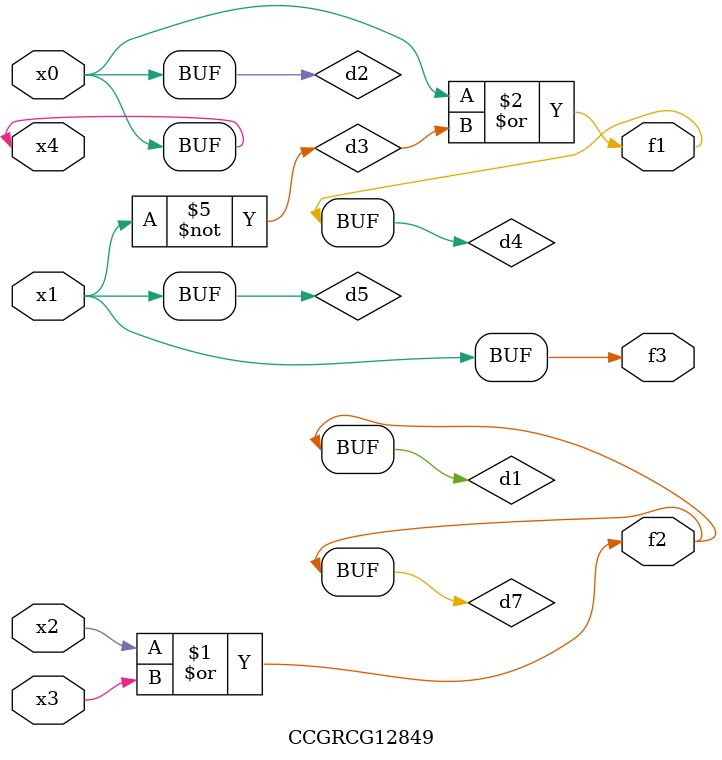
<source format=v>
module CCGRCG12849(
	input x0, x1, x2, x3, x4,
	output f1, f2, f3
);

	wire d1, d2, d3, d4, d5, d6, d7;

	or (d1, x2, x3);
	buf (d2, x0, x4);
	not (d3, x1);
	or (d4, d2, d3);
	not (d5, d3);
	nand (d6, d1, d3);
	or (d7, d1);
	assign f1 = d4;
	assign f2 = d7;
	assign f3 = d5;
endmodule

</source>
